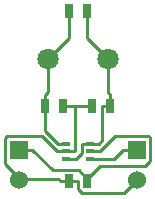
<source format=gtl>
G04 (created by PCBNEW (2013-mar-13)-testing) date Thu 06 Mar 2014 05:50:53 PM CET*
%MOIN*%
G04 Gerber Fmt 3.4, Leading zero omitted, Abs format*
%FSLAX34Y34*%
G01*
G70*
G90*
G04 APERTURE LIST*
%ADD10C,0.005906*%
%ADD11R,0.025000X0.045000*%
%ADD12R,0.060000X0.060000*%
%ADD13C,0.060000*%
%ADD14R,0.026000X0.016000*%
%ADD15C,0.070866*%
%ADD16C,0.010000*%
G04 APERTURE END LIST*
G54D10*
G54D11*
X57200Y-41500D03*
X57800Y-41500D03*
X56392Y-38976D03*
X56992Y-38976D03*
X58567Y-38976D03*
X57967Y-38976D03*
G54D12*
X55511Y-40444D03*
G54D13*
X55511Y-41444D03*
G54D12*
X59448Y-40444D03*
G54D13*
X59448Y-41444D03*
G54D11*
X57780Y-35826D03*
X57180Y-35826D03*
G54D14*
X57100Y-40240D03*
X57100Y-40760D03*
X57100Y-40500D03*
X57900Y-40760D03*
X57900Y-40240D03*
X57900Y-40500D03*
G54D15*
X56480Y-37401D03*
X58480Y-37401D03*
G54D16*
X57800Y-41500D02*
X57800Y-41403D01*
X58213Y-40990D02*
X57800Y-41403D01*
X59736Y-40990D02*
X58213Y-40990D01*
X59898Y-40827D02*
X59736Y-40990D01*
X59898Y-40044D02*
X59898Y-40827D01*
X59848Y-39994D02*
X59898Y-40044D01*
X58737Y-39994D02*
X59848Y-39994D01*
X58232Y-40500D02*
X58737Y-39994D01*
X57900Y-40500D02*
X58232Y-40500D01*
X55511Y-40444D02*
X55961Y-40444D01*
X56641Y-41124D02*
X55961Y-40444D01*
X57521Y-41124D02*
X56641Y-41124D01*
X57800Y-41403D02*
X57521Y-41124D01*
X59018Y-41875D02*
X59448Y-41444D01*
X57609Y-41875D02*
X59018Y-41875D01*
X57475Y-41740D02*
X57609Y-41875D01*
X57475Y-41500D02*
X57475Y-41740D01*
X57200Y-41500D02*
X57475Y-41500D01*
X55511Y-41444D02*
X55551Y-41404D01*
X56829Y-41404D02*
X56924Y-41500D01*
X55551Y-41404D02*
X56829Y-41404D01*
X57200Y-41500D02*
X56924Y-41500D01*
X56796Y-40500D02*
X57100Y-40500D01*
X56291Y-39994D02*
X56796Y-40500D01*
X55111Y-39994D02*
X56291Y-39994D01*
X55061Y-40044D02*
X55111Y-39994D01*
X55061Y-40914D02*
X55061Y-40044D01*
X55551Y-41404D02*
X55061Y-40914D01*
X57100Y-40500D02*
X57380Y-40500D01*
X57380Y-40500D02*
X57380Y-38976D01*
X57967Y-38976D02*
X57380Y-38976D01*
X57380Y-38976D02*
X56992Y-38976D01*
X58683Y-40760D02*
X58998Y-40444D01*
X57900Y-40760D02*
X58683Y-40760D01*
X59448Y-40444D02*
X58998Y-40444D01*
X56392Y-38788D02*
X56392Y-38601D01*
X56392Y-38788D02*
X56392Y-38976D01*
X56392Y-39813D02*
X56819Y-40240D01*
X56392Y-38976D02*
X56392Y-39813D01*
X57100Y-40240D02*
X56819Y-40240D01*
X56480Y-38513D02*
X56392Y-38601D01*
X56480Y-37401D02*
X56480Y-38513D01*
X57180Y-36701D02*
X57180Y-35826D01*
X56480Y-37401D02*
X57180Y-36701D01*
X58567Y-38976D02*
X58567Y-38601D01*
X58292Y-40127D02*
X58292Y-38976D01*
X58180Y-40240D02*
X58292Y-40127D01*
X58567Y-38976D02*
X58292Y-38976D01*
X58480Y-38513D02*
X58567Y-38601D01*
X58480Y-37401D02*
X58480Y-38513D01*
X57780Y-36701D02*
X57780Y-35826D01*
X58480Y-37401D02*
X57780Y-36701D01*
X58040Y-40240D02*
X58180Y-40240D01*
X58040Y-40240D02*
X57900Y-40240D01*
X57409Y-40760D02*
X57100Y-40760D01*
X57619Y-40550D02*
X57409Y-40760D01*
X57619Y-40240D02*
X57619Y-40550D01*
X57900Y-40240D02*
X57619Y-40240D01*
M02*

</source>
